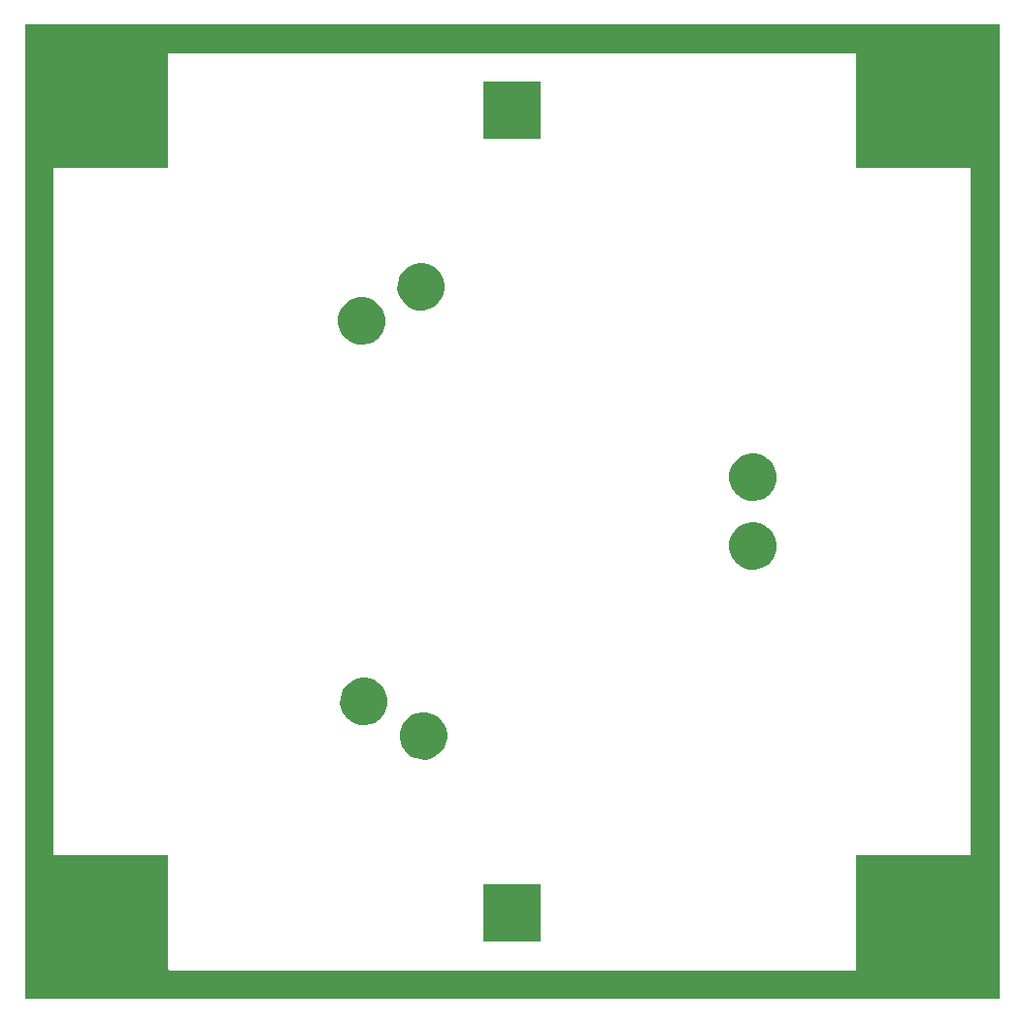
<source format=gbs>
G04 #@! TF.FileFunction,Soldermask,Bot*
%FSLAX46Y46*%
G04 Gerber Fmt 4.6, Leading zero omitted, Abs format (unit mm)*
G04 Created by KiCad (PCBNEW 4.0.6+dfsg1-1) date Mon Aug 28 14:10:11 2017*
%MOMM*%
%LPD*%
G01*
G04 APERTURE LIST*
%ADD10C,0.100000*%
G04 APERTURE END LIST*
D10*
G36*
X142500000Y-142500000D02*
X60040592Y-142500000D01*
X60023180Y-142502474D01*
X60006769Y-142509943D01*
X60000000Y-142514299D01*
X60000000Y-142515778D01*
X57500000Y-142515778D01*
X57500000Y-70062500D01*
X60000000Y-70062500D01*
X60000000Y-129937500D01*
X60002474Y-129954912D01*
X60009702Y-129970945D01*
X60021110Y-129984331D01*
X60035795Y-129994008D01*
X60052595Y-129999210D01*
X60062500Y-130000000D01*
X70000000Y-130000000D01*
X70000000Y-139937500D01*
X70002474Y-139954912D01*
X70009702Y-139970945D01*
X70021110Y-139984331D01*
X70035795Y-139994008D01*
X70052595Y-139999210D01*
X70062500Y-140000000D01*
X129937500Y-140000000D01*
X129954912Y-139997526D01*
X129970945Y-139990298D01*
X129984331Y-139978890D01*
X129994008Y-139964205D01*
X129999210Y-139947405D01*
X130000000Y-139937500D01*
X130000000Y-130000000D01*
X139937500Y-130000000D01*
X139954912Y-129997526D01*
X139970945Y-129990298D01*
X139984331Y-129978890D01*
X139994008Y-129964205D01*
X139999210Y-129947405D01*
X140000000Y-129937500D01*
X140000000Y-70062500D01*
X139997526Y-70045088D01*
X139990298Y-70029055D01*
X139978890Y-70015669D01*
X139964205Y-70005992D01*
X139947405Y-70000790D01*
X139937500Y-70000000D01*
X130000000Y-70000000D01*
X130000000Y-60062500D01*
X129997526Y-60045088D01*
X129990298Y-60029055D01*
X129978890Y-60015669D01*
X129964205Y-60005992D01*
X129947405Y-60000790D01*
X129937500Y-60000000D01*
X70062500Y-60000000D01*
X70045088Y-60002474D01*
X70029055Y-60009702D01*
X70015669Y-60021110D01*
X70005992Y-60035795D01*
X70000790Y-60052595D01*
X70000000Y-60062500D01*
X70000000Y-70000000D01*
X60062500Y-70000000D01*
X60045088Y-70002474D01*
X60029055Y-70009702D01*
X60015669Y-70021110D01*
X60005992Y-70035795D01*
X60000790Y-70052595D01*
X60000000Y-70062500D01*
X57500000Y-70062500D01*
X57500000Y-57500000D01*
X142500000Y-57500000D01*
X142500000Y-142500000D01*
X142500000Y-142500000D01*
G37*
G36*
X102500000Y-137500000D02*
X97500000Y-137500000D01*
X97500000Y-132500000D01*
X102500000Y-132500000D01*
X102500000Y-137500000D01*
X102500000Y-137500000D01*
G37*
G36*
X92474911Y-117501548D02*
X92871031Y-117582860D01*
X93243811Y-117739562D01*
X93579061Y-117965691D01*
X93863999Y-118252625D01*
X94087781Y-118589444D01*
X94241877Y-118963308D01*
X94320336Y-119359557D01*
X94320336Y-119359573D01*
X94320418Y-119359988D01*
X94313969Y-119821866D01*
X94313875Y-119822279D01*
X94313875Y-119822295D01*
X94224383Y-120216195D01*
X94059906Y-120585615D01*
X93826808Y-120916054D01*
X93533970Y-121194920D01*
X93192537Y-121411599D01*
X92815525Y-121557833D01*
X92417291Y-121628052D01*
X92013001Y-121619583D01*
X91618055Y-121532748D01*
X91247495Y-121370855D01*
X90915438Y-121140069D01*
X90634532Y-120849183D01*
X90415478Y-120509278D01*
X90266614Y-120133291D01*
X90193617Y-119735559D01*
X90199262Y-119331215D01*
X90283338Y-118935674D01*
X90442639Y-118563995D01*
X90671101Y-118230336D01*
X90960020Y-117947405D01*
X91298391Y-117725981D01*
X91673324Y-117574499D01*
X92070543Y-117498725D01*
X92474911Y-117501548D01*
X92474911Y-117501548D01*
G37*
G36*
X87278759Y-114501548D02*
X87674879Y-114582860D01*
X88047659Y-114739562D01*
X88382909Y-114965691D01*
X88667847Y-115252625D01*
X88891629Y-115589444D01*
X89045725Y-115963308D01*
X89124184Y-116359557D01*
X89124184Y-116359573D01*
X89124266Y-116359988D01*
X89117817Y-116821866D01*
X89117723Y-116822279D01*
X89117723Y-116822295D01*
X89028231Y-117216195D01*
X88863754Y-117585615D01*
X88630656Y-117916054D01*
X88337818Y-118194920D01*
X87996385Y-118411599D01*
X87619373Y-118557833D01*
X87221139Y-118628052D01*
X86816849Y-118619583D01*
X86421903Y-118532748D01*
X86051343Y-118370855D01*
X85719286Y-118140069D01*
X85438380Y-117849183D01*
X85219326Y-117509278D01*
X85070462Y-117133291D01*
X84997465Y-116735559D01*
X85003110Y-116331215D01*
X85087186Y-115935674D01*
X85246487Y-115563995D01*
X85474949Y-115230336D01*
X85763868Y-114947405D01*
X86102239Y-114725981D01*
X86477172Y-114574499D01*
X86874391Y-114498725D01*
X87278759Y-114501548D01*
X87278759Y-114501548D01*
G37*
G36*
X121216581Y-100939370D02*
X121612701Y-101020682D01*
X121985481Y-101177384D01*
X122320731Y-101403513D01*
X122605669Y-101690447D01*
X122829451Y-102027266D01*
X122983547Y-102401130D01*
X123062006Y-102797379D01*
X123062006Y-102797395D01*
X123062088Y-102797810D01*
X123055639Y-103259688D01*
X123055545Y-103260101D01*
X123055545Y-103260117D01*
X122966053Y-103654017D01*
X122801576Y-104023437D01*
X122568478Y-104353876D01*
X122275640Y-104632742D01*
X121934207Y-104849421D01*
X121557195Y-104995655D01*
X121158961Y-105065874D01*
X120754671Y-105057405D01*
X120359725Y-104970570D01*
X119989165Y-104808677D01*
X119657108Y-104577891D01*
X119376202Y-104287005D01*
X119157148Y-103947100D01*
X119008284Y-103571113D01*
X118935287Y-103173381D01*
X118940932Y-102769037D01*
X119025008Y-102373496D01*
X119184309Y-102001817D01*
X119412771Y-101668158D01*
X119701690Y-101385227D01*
X120040061Y-101163803D01*
X120414994Y-101012321D01*
X120812213Y-100936547D01*
X121216581Y-100939370D01*
X121216581Y-100939370D01*
G37*
G36*
X121216581Y-94939370D02*
X121612701Y-95020682D01*
X121985481Y-95177384D01*
X122320731Y-95403513D01*
X122605669Y-95690447D01*
X122829451Y-96027266D01*
X122983547Y-96401130D01*
X123062006Y-96797379D01*
X123062006Y-96797395D01*
X123062088Y-96797810D01*
X123055639Y-97259688D01*
X123055545Y-97260101D01*
X123055545Y-97260117D01*
X122966053Y-97654017D01*
X122801576Y-98023437D01*
X122568478Y-98353876D01*
X122275640Y-98632742D01*
X121934207Y-98849421D01*
X121557195Y-98995655D01*
X121158961Y-99065874D01*
X120754671Y-99057405D01*
X120359725Y-98970570D01*
X119989165Y-98808677D01*
X119657108Y-98577891D01*
X119376202Y-98287005D01*
X119157148Y-97947100D01*
X119008284Y-97571113D01*
X118935287Y-97173381D01*
X118940932Y-96769037D01*
X119025008Y-96373496D01*
X119184309Y-96001817D01*
X119412771Y-95668158D01*
X119701690Y-95385227D01*
X120040061Y-95163803D01*
X120414994Y-95012321D01*
X120812213Y-94936547D01*
X121216581Y-94939370D01*
X121216581Y-94939370D01*
G37*
G36*
X87074276Y-81310205D02*
X87470396Y-81391517D01*
X87843176Y-81548219D01*
X88178426Y-81774348D01*
X88463364Y-82061282D01*
X88687146Y-82398101D01*
X88841242Y-82771965D01*
X88919701Y-83168214D01*
X88919701Y-83168230D01*
X88919783Y-83168645D01*
X88913334Y-83630523D01*
X88913240Y-83630936D01*
X88913240Y-83630952D01*
X88823748Y-84024852D01*
X88659271Y-84394272D01*
X88426173Y-84724711D01*
X88133335Y-85003577D01*
X87791902Y-85220256D01*
X87414890Y-85366490D01*
X87016656Y-85436709D01*
X86612366Y-85428240D01*
X86217420Y-85341405D01*
X85846860Y-85179512D01*
X85514803Y-84948726D01*
X85233897Y-84657840D01*
X85014843Y-84317935D01*
X84865979Y-83941948D01*
X84792982Y-83544216D01*
X84798627Y-83139872D01*
X84882703Y-82744331D01*
X85042004Y-82372652D01*
X85270466Y-82038993D01*
X85559385Y-81756062D01*
X85897756Y-81534638D01*
X86272689Y-81383156D01*
X86669908Y-81307382D01*
X87074276Y-81310205D01*
X87074276Y-81310205D01*
G37*
G36*
X92270429Y-78310205D02*
X92666549Y-78391517D01*
X93039329Y-78548219D01*
X93374579Y-78774348D01*
X93659517Y-79061282D01*
X93883299Y-79398101D01*
X94037395Y-79771965D01*
X94115854Y-80168214D01*
X94115854Y-80168230D01*
X94115936Y-80168645D01*
X94109487Y-80630523D01*
X94109393Y-80630936D01*
X94109393Y-80630952D01*
X94019901Y-81024852D01*
X93855424Y-81394272D01*
X93622326Y-81724711D01*
X93329488Y-82003577D01*
X92988055Y-82220256D01*
X92611043Y-82366490D01*
X92212809Y-82436709D01*
X91808519Y-82428240D01*
X91413573Y-82341405D01*
X91043013Y-82179512D01*
X90710956Y-81948726D01*
X90430050Y-81657840D01*
X90210996Y-81317935D01*
X90062132Y-80941948D01*
X89989135Y-80544216D01*
X89994780Y-80139872D01*
X90078856Y-79744331D01*
X90238157Y-79372652D01*
X90466619Y-79038993D01*
X90755538Y-78756062D01*
X91093909Y-78534638D01*
X91468842Y-78383156D01*
X91866061Y-78307382D01*
X92270429Y-78310205D01*
X92270429Y-78310205D01*
G37*
G36*
X102500000Y-67500000D02*
X97500000Y-67500000D01*
X97500000Y-62500000D01*
X102500000Y-62500000D01*
X102500000Y-67500000D01*
X102500000Y-67500000D01*
G37*
M02*

</source>
